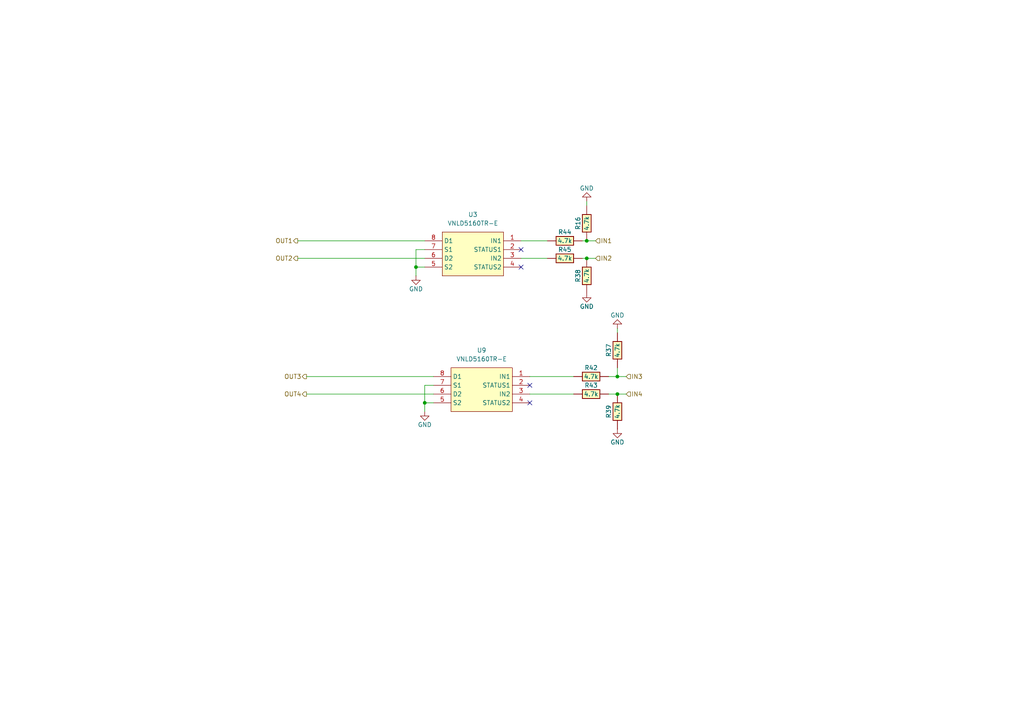
<source format=kicad_sch>
(kicad_sch (version 20231120) (generator "eeschema") (generator_version "8.0")
  (paper "A4")
  (lib_symbols
    (symbol "chips:VNLD5160"
      (property "Reference" "U" (at 6.35 3.81 0))
      (property "Value" "VNLD5160TR-E" (at 12.7 -11.43 0))
      (symbol "VNLD5160_1_1"
        (rectangle (start 5.08 2.54) (end 22.86 -10.16) (fill (type background)))
        (pin input line (at 0 0 0) (length 5.08) (name "IN1") (number "1"))
        (pin open_collector line (at 0 -2.54 0) (length 5.08) (name "STATUS1") (number "2"))
        (pin input line (at 0 -5.08 0) (length 5.08) (name "IN2") (number "3"))
        (pin open_collector line (at 0 -7.62 0) (length 5.08) (name "STATUS2") (number "4"))
        (pin power_in line (at 27.94 -7.62 180) (length 5.08) (name "S2") (number "5"))
        (pin power_out line (at 27.94 -5.08 180) (length 5.08) (name "D2") (number "6"))
        (pin power_in line (at 27.94 -2.54 180) (length 5.08) (name "S1") (number "7"))
        (pin power_out line (at 27.94 0 180) (length 5.08) (name "D1") (number "8"))
      )
    )
    (symbol "hellen-one-common:Res" (pin_numbers hide)
      (property "Reference" "R" (at 3.81 2.54 0))
      (property "Value" "Res" (at 5.08 -2.54 0))
      (symbol "Res_1_0"
        (rectangle (start 2.54 -1.27) (end 7.62 1.27) (stroke (width 0.254)) (fill (type background)))
        (pin passive line (at 0 0 0) (length 2.54) (name "") (number "1"))
        (pin passive line (at 10.16 0 180) (length 2.54) (name "") (number "2"))
      )
    )
    (symbol "power:GND" (power) (pin_numbers hide) (pin_names (offset 0) hide)
      (property "Value" "GND" (at 0 -3.81 0))
      (symbol "GND_0_1"
        (polyline (pts (xy 0 0) (xy 0 -1.27) (xy 1.27 -1.27) (xy 0 -2.54) (xy -1.27 -1.27) (xy 0 -1.27)))
      )
      (symbol "GND_1_1"
        (pin power_in line (at 0 0 270) (length 0) (name "~") (number "1"))
      )
    )
  )
  (junction (at 123.19 116.84))
  (junction (at 120.65 77.47))
  (junction (at 179.07 109.22))
  (junction (at 170.18 74.93))
  (junction (at 170.18 69.85))
  (junction (at 179.07 114.3))
  (no_connect (at 151.13 77.47))
  (no_connect (at 153.67 111.76))
  (no_connect (at 153.67 116.84))
  (no_connect (at 151.13 72.39))
  (wire (pts (xy 179.07 106.68) (xy 179.07 109.22)))
  (wire (pts (xy 123.19 119.38) (xy 123.19 116.84)))
  (wire (pts (xy 151.13 74.93) (xy 158.75 74.93)))
  (wire (pts (xy 151.13 69.85) (xy 158.75 69.85)))
  (wire (pts (xy 86.36 69.85) (xy 123.19 69.85)))
  (wire (pts (xy 170.18 69.85) (xy 172.72 69.85)))
  (wire (pts (xy 176.53 109.22) (xy 179.07 109.22)))
  (wire (pts (xy 153.67 114.3) (xy 166.37 114.3)))
  (wire (pts (xy 179.07 109.22) (xy 181.61 109.22)))
  (wire (pts (xy 123.19 116.84) (xy 123.19 111.76)))
  (wire (pts (xy 172.72 74.93) (xy 170.18 74.93)))
  (wire (pts (xy 88.9 109.22) (xy 125.73 109.22)))
  (wire (pts (xy 170.18 59.69) (xy 170.18 58.42)))
  (wire (pts (xy 88.9 114.3) (xy 125.73 114.3)))
  (wire (pts (xy 120.65 77.47) (xy 120.65 72.39)))
  (wire (pts (xy 176.53 114.3) (xy 179.07 114.3)))
  (wire (pts (xy 123.19 111.76) (xy 125.73 111.76)))
  (wire (pts (xy 120.65 72.39) (xy 123.19 72.39)))
  (wire (pts (xy 86.36 74.93) (xy 123.19 74.93)))
  (wire (pts (xy 120.65 77.47) (xy 123.19 77.47)))
  (wire (pts (xy 179.07 114.3) (xy 181.61 114.3)))
  (wire (pts (xy 168.91 74.93) (xy 170.18 74.93)))
  (wire (pts (xy 153.67 109.22) (xy 166.37 109.22)))
  (wire (pts (xy 123.19 116.84) (xy 125.73 116.84)))
  (wire (pts (xy 179.07 96.52) (xy 179.07 95.25)))
  (wire (pts (xy 120.65 80.01) (xy 120.65 77.47)))
  (wire (pts (xy 168.91 69.85) (xy 170.18 69.85)))
  (hierarchical_label "OUT4" (shape output) (at 88.9 114.3 180))
  (hierarchical_label "IN4" (shape input) (at 181.61 114.3 0))
  (hierarchical_label "IN2" (shape input) (at 172.72 74.93 0))
  (hierarchical_label "IN3" (shape input) (at 181.61 109.22 0))
  (hierarchical_label "OUT1" (shape output) (at 86.36 69.85 180))
  (hierarchical_label "IN1" (shape input) (at 172.72 69.85 0))
  (hierarchical_label "OUT2" (shape output) (at 86.36 74.93 180))
  (hierarchical_label "OUT3" (shape output) (at 88.9 109.22 180))
  (symbol (lib_id "power:GND") (at 120.65 80.01 0) (mirror y) (unit 1)
    (property "Reference" "#PWR02" (effects (hide yes)))
    (property "Value" "GND" (at 120.65 83.82 0))
    (property "Description" "Power symbol creates a global label with name \"GND\" , ground" (effects (hide yes)))
  )
  (symbol (lib_id "hellen-one-common:Res") (at 170.18 69.85 90) (unit 1)
    (property "Reference" "R16" (at 167.64 64.77 0))
    (property "Value" "4.7k" (at 170.18 64.77 0))
    (property "Footprint" "hellen-one-common:R0603" (effects (hide yes)))
    (property "LCSC" "C23162" (effects (hide yes)))
  )
  (symbol (lib_id "hellen-one-common:Res") (at 168.91 69.85 0) (mirror y) (unit 1)
    (property "Reference" "R44" (at 163.83 67.31 0))
    (property "Value" "4.7k" (at 163.83 69.85 0))
    (property "Footprint" "hellen-one-common:R0603" (effects (hide yes)))
    (property "LCSC" "C23162" (effects (hide yes)))
  )
  (symbol (lib_id "chips:VNLD5160") (at 151.13 69.85 0) (mirror y) (unit 1)
    (property "Reference" "U3" (at 137.16 62.23 0))
    (property "Value" "VNLD5160TR-E" (at 137.16 64.77 0))
    (property "Footprint" "Package_SO:SOIC-8_3.9x4.9mm_P1.27mm" (effects (hide yes)))
    (property "LCSC" "C377942" (effects (hide yes)))
  )
  (symbol (lib_id "power:GND") (at 123.19 119.38 0) (mirror y) (unit 1)
    (property "Reference" "#PWR03" (effects (hide yes)))
    (property "Value" "GND" (at 123.19 123.19 0))
    (property "Description" "Power symbol creates a global label with name \"GND\" , ground" (effects (hide yes)))
  )
  (symbol (lib_id "hellen-one-common:Res") (at 176.53 114.3 0) (mirror y) (unit 1)
    (property "Reference" "R43" (at 171.45 111.76 0))
    (property "Value" "4.7k" (at 171.45 114.3 0))
    (property "Footprint" "hellen-one-common:R0603" (effects (hide yes)))
    (property "LCSC" "C23162" (effects (hide yes)))
  )
  (symbol (lib_id "power:GND") (at 179.07 124.46 0) (unit 1)
    (property "Reference" "#PWR07" (effects (hide yes)))
    (property "Value" "GND" (at 179.07 128.27 0))
    (property "Description" "Power symbol creates a global label with name \"GND\" , ground" (effects (hide yes)))
  )
  (symbol (lib_id "hellen-one-common:Res") (at 168.91 74.93 0) (mirror y) (unit 1)
    (property "Reference" "R45" (at 163.83 72.39 0))
    (property "Value" "4.7k" (at 163.83 74.93 0))
    (property "Footprint" "hellen-one-common:R0603" (effects (hide yes)))
    (property "LCSC" "C23162" (effects (hide yes)))
  )
  (symbol (lib_id "power:GND") (at 170.18 58.42 0) (mirror x) (unit 1)
    (property "Reference" "#PWR04" (effects (hide yes)))
    (property "Value" "GND" (at 170.18 54.61 0))
    (property "Description" "Power symbol creates a global label with name \"GND\" , ground" (effects (hide yes)))
  )
  (symbol (lib_id "power:GND") (at 179.07 95.25 0) (mirror x) (unit 1)
    (property "Reference" "#PWR05" (effects (hide yes)))
    (property "Value" "GND" (at 179.07 91.44 0))
    (property "Description" "Power symbol creates a global label with name \"GND\" , ground" (effects (hide yes)))
  )
  (symbol (lib_id "power:GND") (at 170.18 85.09 0) (unit 1)
    (property "Reference" "#PWR06" (effects (hide yes)))
    (property "Value" "GND" (at 170.18 88.9 0))
    (property "Description" "Power symbol creates a global label with name \"GND\" , ground" (effects (hide yes)))
  )
  (symbol (lib_id "chips:VNLD5160") (at 153.67 109.22 0) (mirror y) (unit 1)
    (property "Reference" "U9" (at 139.7 101.6 0))
    (property "Value" "VNLD5160TR-E" (at 139.7 104.14 0))
    (property "Footprint" "Package_SO:SOIC-8_3.9x4.9mm_P1.27mm" (effects (hide yes)))
    (property "LCSC" "C377942" (effects (hide yes)))
  )
  (symbol (lib_id "hellen-one-common:Res") (at 179.07 114.3 90) (mirror x) (unit 1)
    (property "Reference" "R39" (at 176.53 119.38 0))
    (property "Value" "4.7k" (at 179.07 119.38 0))
    (property "Footprint" "hellen-one-common:R0603" (effects (hide yes)))
    (property "LCSC" "C23162" (effects (hide yes)))
  )
  (symbol (lib_id "hellen-one-common:Res") (at 170.18 74.93 90) (mirror x) (unit 1)
    (property "Reference" "R38" (at 167.64 80.01 0))
    (property "Value" "4.7k" (at 170.18 80.01 0))
    (property "Footprint" "hellen-one-common:R0603" (effects (hide yes)))
    (property "LCSC" "C23162" (effects (hide yes)))
  )
  (symbol (lib_id "hellen-one-common:Res") (at 176.53 109.22 0) (mirror y) (unit 1)
    (property "Reference" "R42" (at 171.45 106.68 0))
    (property "Value" "4.7k" (at 171.45 109.22 0))
    (property "Footprint" "hellen-one-common:R0603" (effects (hide yes)))
    (property "LCSC" "C23162" (effects (hide yes)))
  )
  (symbol (lib_id "hellen-one-common:Res") (at 179.07 106.68 90) (unit 1)
    (property "Reference" "R37" (at 176.53 101.6 0))
    (property "Value" "4.7k" (at 179.07 101.6 0))
    (property "Footprint" "hellen-one-common:R0603" (effects (hide yes)))
    (property "LCSC" "C23162" (effects (hide yes)))
  )
)
</source>
